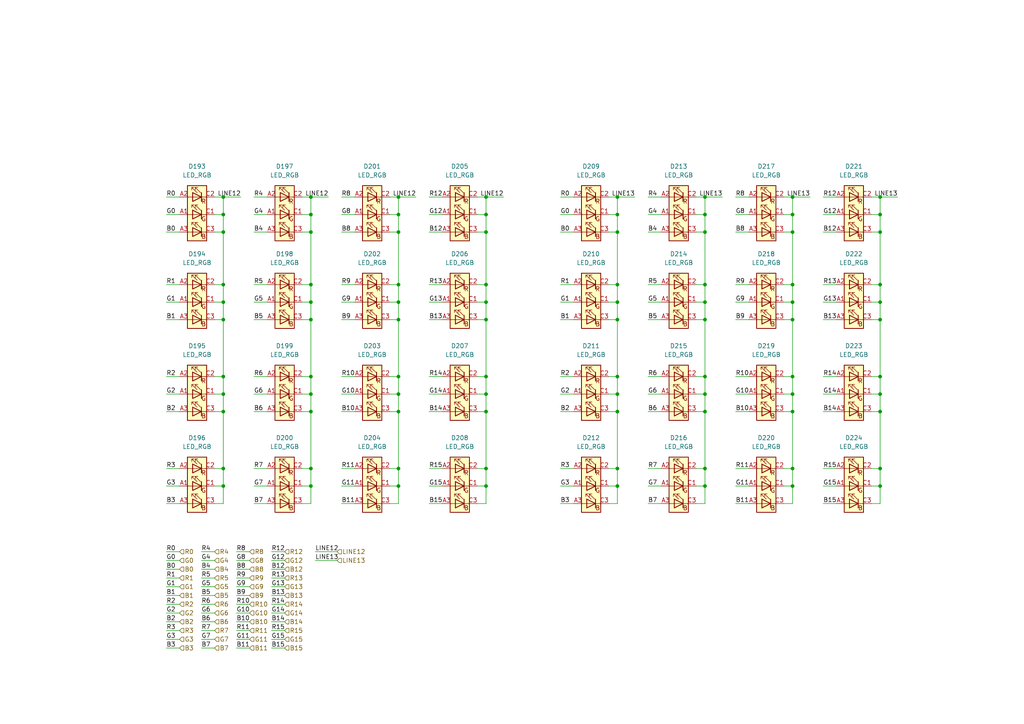
<source format=kicad_sch>
(kicad_sch (version 20250114) (generator "eeschema") (generator_version "9.0")
  (paper "A4")
  (lib_symbols
    (symbol "LRTBGVSR-4U4V-JW+8A8B-D8-3S4U-:LED_RGB" (pin_names (offset 0) (hide yes))
      (property "Reference" "D?" (at 0 13.97 0))
      (property "Value" "LED_RGB" (at 0 11.43 0))
      (symbol "LED_RGB_0_0"
        (text "R" (at -1.905 3.81 0) (effects (font (size 1.27 1.27))))
        (text "G" (at -1.905 -1.27 0) (effects (font (size 1.27 1.27))))
        (text "B" (at -1.905 -6.35 0) (effects (font (size 1.27 1.27))))
      )
      (symbol "LED_RGB_0_1"
        (polyline (pts (xy -1.27 6.35) (xy -1.27 3.81)) (stroke (width 0.254)))
        (polyline (pts (xy -1.27 6.35) (xy -1.27 3.81) (xy -1.27 3.81)))
        (polyline (pts (xy -1.27 5.08) (xy -2.54 5.08)))
        (polyline (pts (xy -1.27 5.08) (xy 1.27 5.08)))
        (polyline (pts (xy -1.27 1.27) (xy -1.27 -1.27)) (stroke (width 0.254)))
        (polyline (pts (xy -1.27 1.27) (xy -1.27 -1.27) (xy -1.27 -1.27)))
        (polyline (pts (xy -1.27 0) (xy -2.54 0)))
        (polyline (pts (xy -1.27 -3.81) (xy -1.27 -6.35)) (stroke (width 0.254)))
        (polyline (pts (xy -1.27 -5.08) (xy -2.54 -5.08)))
        (polyline (pts (xy -1.27 -5.08) (xy 1.27 -5.08)))
        (polyline (pts (xy -1.016 6.35) (xy 0.508 7.874) (xy -0.254 7.874) (xy 0.508 7.874) (xy 0.508 7.112)))
        (polyline (pts (xy -1.016 1.27) (xy 0.508 2.794) (xy -0.254 2.794) (xy 0.508 2.794) (xy 0.508 2.032)))
        (polyline (pts (xy -1.016 -3.81) (xy 0.508 -2.286) (xy -0.254 -2.286) (xy 0.508 -2.286) (xy 0.508 -3.048)))
        (polyline (pts (xy 0 6.35) (xy 1.524 7.874) (xy 0.762 7.874) (xy 1.524 7.874) (xy 1.524 7.112)))
        (polyline (pts (xy 0 1.27) (xy 1.524 2.794) (xy 0.762 2.794) (xy 1.524 2.794) (xy 1.524 2.032)))
        (polyline (pts (xy 0 -3.81) (xy 1.524 -2.286) (xy 0.762 -2.286) (xy 1.524 -2.286) (xy 1.524 -3.048)))
        (polyline (pts (xy 1.27 6.35) (xy 1.27 3.81) (xy -1.27 5.08) (xy 1.27 6.35)) (stroke (width 0.254)))
        (rectangle (start 1.27 6.35) (end 1.27 6.35))
        (polyline (pts (xy 1.27 5.08) (xy 2.54 5.08)))
        (rectangle (start 1.27 3.81) (end 1.27 6.35))
        (polyline (pts (xy 1.27 1.27) (xy 1.27 -1.27) (xy -1.27 0) (xy 1.27 1.27)) (stroke (width 0.254)))
        (rectangle (start 1.27 1.27) (end 1.27 1.27))
        (polyline (pts (xy 1.27 0) (xy -1.27 0)))
        (polyline (pts (xy 1.27 0) (xy 2.54 0)))
        (rectangle (start 1.27 -1.27) (end 1.27 1.27))
        (polyline (pts (xy 1.27 -3.81) (xy 1.27 -6.35) (xy -1.27 -5.08) (xy 1.27 -3.81)) (stroke (width 0.254)))
        (polyline (pts (xy 1.27 -5.08) (xy 2.54 -5.08)))
        (rectangle (start 2.794 8.382) (end -2.794 -7.62) (stroke (width 0.254)) (fill (type background)))
      )
      (symbol "LED_RGB_1_1"
        (pin passive line (at -5.08 5.08 0) (length 2.54) (name "RK") (number "C2"))
        (pin passive line (at -5.08 0 0) (length 2.54) (name "GK") (number "C1"))
        (pin passive line (at -5.08 -5.08 0) (length 2.54) (name "BK") (number "C3"))
        (pin passive line (at 5.08 5.08 180) (length 2.54) (name "RA") (number "A2"))
        (pin passive line (at 5.08 0 180) (length 2.54) (name "GA") (number "A1"))
        (pin passive line (at 5.08 -5.08 180) (length 2.54) (name "BA") (number "A3"))
      )
    )
  )
  (junction (at 255.27 114.3))
  (junction (at 115.57 92.71))
  (junction (at 90.17 109.22))
  (junction (at 179.07 57.15))
  (junction (at 140.97 135.89))
  (junction (at 64.77 135.89))
  (junction (at 90.17 140.97))
  (junction (at 229.87 119.38))
  (junction (at 140.97 109.22))
  (junction (at 90.17 119.38))
  (junction (at 229.87 62.23))
  (junction (at 115.57 62.23))
  (junction (at 229.87 82.55))
  (junction (at 140.97 92.71))
  (junction (at 255.27 57.15))
  (junction (at 204.47 82.55))
  (junction (at 179.07 82.55))
  (junction (at 204.47 67.31))
  (junction (at 255.27 67.31))
  (junction (at 115.57 82.55))
  (junction (at 140.97 62.23))
  (junction (at 115.57 140.97))
  (junction (at 64.77 62.23))
  (junction (at 115.57 109.22))
  (junction (at 64.77 87.63))
  (junction (at 229.87 140.97))
  (junction (at 140.97 119.38))
  (junction (at 90.17 87.63))
  (junction (at 90.17 57.15))
  (junction (at 179.07 87.63))
  (junction (at 140.97 57.15))
  (junction (at 204.47 140.97))
  (junction (at 255.27 109.22))
  (junction (at 179.07 109.22))
  (junction (at 179.07 119.38))
  (junction (at 64.77 109.22))
  (junction (at 115.57 114.3))
  (junction (at 255.27 92.71))
  (junction (at 255.27 87.63))
  (junction (at 204.47 62.23))
  (junction (at 229.87 57.15))
  (junction (at 255.27 119.38))
  (junction (at 179.07 114.3))
  (junction (at 115.57 87.63))
  (junction (at 179.07 92.71))
  (junction (at 64.77 92.71))
  (junction (at 140.97 140.97))
  (junction (at 140.97 87.63))
  (junction (at 64.77 119.38))
  (junction (at 64.77 67.31))
  (junction (at 204.47 135.89))
  (junction (at 229.87 92.71))
  (junction (at 255.27 82.55))
  (junction (at 90.17 135.89))
  (junction (at 115.57 57.15))
  (junction (at 229.87 135.89))
  (junction (at 90.17 67.31))
  (junction (at 64.77 114.3))
  (junction (at 179.07 62.23))
  (junction (at 90.17 92.71))
  (junction (at 90.17 114.3))
  (junction (at 115.57 135.89))
  (junction (at 204.47 92.71))
  (junction (at 179.07 135.89))
  (junction (at 229.87 87.63))
  (junction (at 255.27 140.97))
  (junction (at 204.47 119.38))
  (junction (at 64.77 140.97))
  (junction (at 204.47 114.3))
  (junction (at 204.47 109.22))
  (junction (at 64.77 82.55))
  (junction (at 229.87 67.31))
  (junction (at 140.97 82.55))
  (junction (at 204.47 87.63))
  (junction (at 140.97 67.31))
  (junction (at 179.07 67.31))
  (junction (at 140.97 114.3))
  (junction (at 64.77 57.15))
  (junction (at 90.17 82.55))
  (junction (at 255.27 62.23))
  (junction (at 115.57 119.38))
  (junction (at 229.87 109.22))
  (junction (at 229.87 114.3))
  (junction (at 115.57 67.31))
  (junction (at 90.17 62.23))
  (junction (at 179.07 140.97))
  (junction (at 204.47 57.15))
  (junction (at 255.27 135.89))
  (wire (pts (xy 115.57 67.31) (xy 113.03 67.31)))
  (wire (pts (xy 52.07 114.3) (xy 48.26 114.3)))
  (wire (pts (xy 204.47 140.97) (xy 201.93 140.97)))
  (wire (pts (xy 77.47 82.55) (xy 73.66 82.55)))
  (wire (pts (xy 68.58 182.88) (xy 72.39 182.88)))
  (wire (pts (xy 204.47 114.3) (xy 204.47 119.38)))
  (wire (pts (xy 115.57 92.71) (xy 115.57 109.22)))
  (wire (pts (xy 179.07 62.23) (xy 176.53 62.23)))
  (wire (pts (xy 64.77 87.63) (xy 64.77 92.71)))
  (wire (pts (xy 204.47 82.55) (xy 201.93 82.55)))
  (wire (pts (xy 166.37 109.22) (xy 162.56 109.22)))
  (wire (pts (xy 204.47 109.22) (xy 201.93 109.22)))
  (wire (pts (xy 115.57 114.3) (xy 115.57 119.38)))
  (wire (pts (xy 52.07 67.31) (xy 48.26 67.31)))
  (wire (pts (xy 204.47 57.15) (xy 209.55 57.15)))
  (wire (pts (xy 48.26 180.34) (xy 52.07 180.34)))
  (wire (pts (xy 204.47 82.55) (xy 204.47 87.63)))
  (wire (pts (xy 64.77 119.38) (xy 62.23 119.38)))
  (wire (pts (xy 115.57 87.63) (xy 115.57 92.71)))
  (wire (pts (xy 204.47 146.05) (xy 201.93 146.05)))
  (wire (pts (xy 77.47 67.31) (xy 73.66 67.31)))
  (wire (pts (xy 90.17 82.55) (xy 90.17 87.63)))
  (wire (pts (xy 102.87 62.23) (xy 99.06 62.23)))
  (wire (pts (xy 191.77 62.23) (xy 187.96 62.23)))
  (wire (pts (xy 217.17 114.3) (xy 213.36 114.3)))
  (wire (pts (xy 78.74 175.26) (xy 82.55 175.26)))
  (wire (pts (xy 229.87 146.05) (xy 227.33 146.05)))
  (wire (pts (xy 102.87 135.89) (xy 99.06 135.89)))
  (wire (pts (xy 255.27 135.89) (xy 255.27 140.97)))
  (wire (pts (xy 102.87 114.3) (xy 99.06 114.3)))
  (wire (pts (xy 204.47 114.3) (xy 201.93 114.3)))
  (wire (pts (xy 64.77 67.31) (xy 62.23 67.31)))
  (wire (pts (xy 217.17 146.05) (xy 213.36 146.05)))
  (wire (pts (xy 217.17 87.63) (xy 213.36 87.63)))
  (wire (pts (xy 255.27 82.55) (xy 252.73 82.55)))
  (wire (pts (xy 229.87 87.63) (xy 229.87 92.71)))
  (wire (pts (xy 78.74 165.1) (xy 82.55 165.1)))
  (wire (pts (xy 115.57 135.89) (xy 113.03 135.89)))
  (wire (pts (xy 115.57 57.15) (xy 120.65 57.15)))
  (wire (pts (xy 48.26 172.72) (xy 52.07 172.72)))
  (wire (pts (xy 64.77 109.22) (xy 62.23 109.22)))
  (wire (pts (xy 204.47 67.31) (xy 204.47 82.55)))
  (wire (pts (xy 229.87 140.97) (xy 227.33 140.97)))
  (wire (pts (xy 179.07 57.15) (xy 176.53 57.15)))
  (wire (pts (xy 58.42 170.18) (xy 62.23 170.18)))
  (wire (pts (xy 48.26 185.42) (xy 52.07 185.42)))
  (wire (pts (xy 204.47 87.63) (xy 204.47 92.71)))
  (wire (pts (xy 90.17 92.71) (xy 90.17 109.22)))
  (wire (pts (xy 115.57 109.22) (xy 115.57 114.3)))
  (wire (pts (xy 255.27 57.15) (xy 252.73 57.15)))
  (wire (pts (xy 255.27 109.22) (xy 255.27 114.3)))
  (wire (pts (xy 204.47 87.63) (xy 201.93 87.63)))
  (wire (pts (xy 90.17 57.15) (xy 87.63 57.15)))
  (wire (pts (xy 229.87 87.63) (xy 227.33 87.63)))
  (wire (pts (xy 255.27 62.23) (xy 255.27 67.31)))
  (wire (pts (xy 115.57 146.05) (xy 113.03 146.05)))
  (wire (pts (xy 90.17 114.3) (xy 87.63 114.3)))
  (wire (pts (xy 78.74 170.18) (xy 82.55 170.18)))
  (wire (pts (xy 166.37 92.71) (xy 162.56 92.71)))
  (wire (pts (xy 90.17 114.3) (xy 90.17 119.38)))
  (wire (pts (xy 90.17 92.71) (xy 87.63 92.71)))
  (wire (pts (xy 78.74 167.64) (xy 82.55 167.64)))
  (wire (pts (xy 52.07 109.22) (xy 48.26 109.22)))
  (wire (pts (xy 64.77 82.55) (xy 64.77 87.63)))
  (wire (pts (xy 242.57 67.31) (xy 238.76 67.31)))
  (wire (pts (xy 91.44 160.02) (xy 97.79 160.02)))
  (wire (pts (xy 90.17 62.23) (xy 87.63 62.23)))
  (wire (pts (xy 140.97 57.15) (xy 140.97 62.23)))
  (wire (pts (xy 204.47 57.15) (xy 201.93 57.15)))
  (wire (pts (xy 52.07 87.63) (xy 48.26 87.63)))
  (wire (pts (xy 77.47 57.15) (xy 73.66 57.15)))
  (wire (pts (xy 58.42 180.34) (xy 62.23 180.34)))
  (wire (pts (xy 128.27 57.15) (xy 124.46 57.15)))
  (wire (pts (xy 68.58 180.34) (xy 72.39 180.34)))
  (wire (pts (xy 229.87 135.89) (xy 227.33 135.89)))
  (wire (pts (xy 64.77 114.3) (xy 62.23 114.3)))
  (wire (pts (xy 140.97 92.71) (xy 138.43 92.71)))
  (wire (pts (xy 166.37 140.97) (xy 162.56 140.97)))
  (wire (pts (xy 115.57 92.71) (xy 113.03 92.71)))
  (wire (pts (xy 115.57 62.23) (xy 115.57 67.31)))
  (wire (pts (xy 68.58 175.26) (xy 72.39 175.26)))
  (wire (pts (xy 229.87 119.38) (xy 227.33 119.38)))
  (wire (pts (xy 77.47 109.22) (xy 73.66 109.22)))
  (wire (pts (xy 115.57 135.89) (xy 115.57 140.97)))
  (wire (pts (xy 115.57 62.23) (xy 113.03 62.23)))
  (wire (pts (xy 255.27 119.38) (xy 252.73 119.38)))
  (wire (pts (xy 78.74 185.42) (xy 82.55 185.42)))
  (wire (pts (xy 242.57 135.89) (xy 238.76 135.89)))
  (wire (pts (xy 140.97 87.63) (xy 140.97 92.71)))
  (wire (pts (xy 58.42 167.64) (xy 62.23 167.64)))
  (wire (pts (xy 140.97 57.15) (xy 138.43 57.15)))
  (wire (pts (xy 52.07 62.23) (xy 48.26 62.23)))
  (wire (pts (xy 115.57 57.15) (xy 113.03 57.15)))
  (wire (pts (xy 242.57 92.71) (xy 238.76 92.71)))
  (wire (pts (xy 90.17 87.63) (xy 90.17 92.71)))
  (wire (pts (xy 217.17 109.22) (xy 213.36 109.22)))
  (wire (pts (xy 255.27 140.97) (xy 255.27 146.05)))
  (wire (pts (xy 140.97 62.23) (xy 140.97 67.31)))
  (wire (pts (xy 64.77 92.71) (xy 64.77 109.22)))
  (wire (pts (xy 77.47 140.97) (xy 73.66 140.97)))
  (wire (pts (xy 64.77 62.23) (xy 62.23 62.23)))
  (wire (pts (xy 166.37 114.3) (xy 162.56 114.3)))
  (wire (pts (xy 204.47 119.38) (xy 201.93 119.38)))
  (wire (pts (xy 229.87 62.23) (xy 227.33 62.23)))
  (wire (pts (xy 229.87 92.71) (xy 229.87 109.22)))
  (wire (pts (xy 191.77 82.55) (xy 187.96 82.55)))
  (wire (pts (xy 242.57 109.22) (xy 238.76 109.22)))
  (wire (pts (xy 179.07 62.23) (xy 179.07 67.31)))
  (wire (pts (xy 128.27 67.31) (xy 124.46 67.31)))
  (wire (pts (xy 179.07 114.3) (xy 179.07 119.38)))
  (wire (pts (xy 140.97 140.97) (xy 138.43 140.97)))
  (wire (pts (xy 128.27 114.3) (xy 124.46 114.3)))
  (wire (pts (xy 255.27 82.55) (xy 255.27 87.63)))
  (wire (pts (xy 179.07 92.71) (xy 179.07 109.22)))
  (wire (pts (xy 78.74 172.72) (xy 82.55 172.72)))
  (wire (pts (xy 64.77 82.55) (xy 62.23 82.55)))
  (wire (pts (xy 179.07 92.71) (xy 176.53 92.71)))
  (wire (pts (xy 115.57 57.15) (xy 115.57 62.23)))
  (wire (pts (xy 191.77 119.38) (xy 187.96 119.38)))
  (wire (pts (xy 140.97 62.23) (xy 138.43 62.23)))
  (wire (pts (xy 48.26 182.88) (xy 52.07 182.88)))
  (wire (pts (xy 140.97 135.89) (xy 140.97 140.97)))
  (wire (pts (xy 128.27 119.38) (xy 124.46 119.38)))
  (wire (pts (xy 140.97 67.31) (xy 140.97 82.55)))
  (wire (pts (xy 78.74 177.8) (xy 82.55 177.8)))
  (wire (pts (xy 191.77 87.63) (xy 187.96 87.63)))
  (wire (pts (xy 242.57 140.97) (xy 238.76 140.97)))
  (wire (pts (xy 90.17 146.05) (xy 87.63 146.05)))
  (wire (pts (xy 255.27 109.22) (xy 252.73 109.22)))
  (wire (pts (xy 48.26 175.26) (xy 52.07 175.26)))
  (wire (pts (xy 191.77 92.71) (xy 187.96 92.71)))
  (wire (pts (xy 58.42 175.26) (xy 62.23 175.26)))
  (wire (pts (xy 115.57 109.22) (xy 113.03 109.22)))
  (wire (pts (xy 52.07 140.97) (xy 48.26 140.97)))
  (wire (pts (xy 128.27 62.23) (xy 124.46 62.23)))
  (wire (pts (xy 179.07 82.55) (xy 179.07 87.63)))
  (wire (pts (xy 179.07 140.97) (xy 176.53 140.97)))
  (wire (pts (xy 115.57 140.97) (xy 115.57 146.05)))
  (wire (pts (xy 204.47 67.31) (xy 201.93 67.31)))
  (wire (pts (xy 52.07 92.71) (xy 48.26 92.71)))
  (wire (pts (xy 77.47 92.71) (xy 73.66 92.71)))
  (wire (pts (xy 179.07 87.63) (xy 179.07 92.71)))
  (wire (pts (xy 229.87 135.89) (xy 229.87 140.97)))
  (wire (pts (xy 204.47 140.97) (xy 204.47 146.05)))
  (wire (pts (xy 64.77 62.23) (xy 64.77 67.31)))
  (wire (pts (xy 102.87 82.55) (xy 99.06 82.55)))
  (wire (pts (xy 255.27 62.23) (xy 252.73 62.23)))
  (wire (pts (xy 179.07 114.3) (xy 176.53 114.3)))
  (wire (pts (xy 204.47 62.23) (xy 201.93 62.23)))
  (wire (pts (xy 140.97 87.63) (xy 138.43 87.63)))
  (wire (pts (xy 140.97 82.55) (xy 140.97 87.63)))
  (wire (pts (xy 217.17 92.71) (xy 213.36 92.71)))
  (wire (pts (xy 128.27 82.55) (xy 124.46 82.55)))
  (wire (pts (xy 64.77 146.05) (xy 62.23 146.05)))
  (wire (pts (xy 166.37 87.63) (xy 162.56 87.63)))
  (wire (pts (xy 179.07 67.31) (xy 179.07 82.55)))
  (wire (pts (xy 64.77 109.22) (xy 64.77 114.3)))
  (wire (pts (xy 90.17 62.23) (xy 90.17 67.31)))
  (wire (pts (xy 179.07 140.97) (xy 179.07 146.05)))
  (wire (pts (xy 90.17 87.63) (xy 87.63 87.63)))
  (wire (pts (xy 179.07 146.05) (xy 176.53 146.05)))
  (wire (pts (xy 140.97 109.22) (xy 138.43 109.22)))
  (wire (pts (xy 48.26 167.64) (xy 52.07 167.64)))
  (wire (pts (xy 166.37 135.89) (xy 162.56 135.89)))
  (wire (pts (xy 128.27 109.22) (xy 124.46 109.22)))
  (wire (pts (xy 64.77 87.63) (xy 62.23 87.63)))
  (wire (pts (xy 255.27 57.15) (xy 255.27 62.23)))
  (wire (pts (xy 229.87 57.15) (xy 229.87 62.23)))
  (wire (pts (xy 68.58 185.42) (xy 72.39 185.42)))
  (wire (pts (xy 229.87 109.22) (xy 229.87 114.3)))
  (wire (pts (xy 102.87 140.97) (xy 99.06 140.97)))
  (wire (pts (xy 115.57 87.63) (xy 113.03 87.63)))
  (wire (pts (xy 191.77 67.31) (xy 187.96 67.31)))
  (wire (pts (xy 64.77 119.38) (xy 64.77 135.89)))
  (wire (pts (xy 90.17 140.97) (xy 90.17 146.05)))
  (wire (pts (xy 90.17 109.22) (xy 87.63 109.22)))
  (wire (pts (xy 204.47 57.15) (xy 204.47 62.23)))
  (wire (pts (xy 229.87 119.38) (xy 229.87 135.89)))
  (wire (pts (xy 217.17 119.38) (xy 213.36 119.38)))
  (wire (pts (xy 68.58 165.1) (xy 72.39 165.1)))
  (wire (pts (xy 115.57 114.3) (xy 113.03 114.3)))
  (wire (pts (xy 191.77 57.15) (xy 187.96 57.15)))
  (wire (pts (xy 204.47 135.89) (xy 204.47 140.97)))
  (wire (pts (xy 166.37 82.55) (xy 162.56 82.55)))
  (wire (pts (xy 52.07 57.15) (xy 48.26 57.15)))
  (wire (pts (xy 229.87 114.3) (xy 229.87 119.38)))
  (wire (pts (xy 48.26 162.56) (xy 52.07 162.56)))
  (wire (pts (xy 64.77 57.15) (xy 64.77 62.23)))
  (wire (pts (xy 229.87 62.23) (xy 229.87 67.31)))
  (wire (pts (xy 140.97 82.55) (xy 138.43 82.55)))
  (wire (pts (xy 229.87 92.71) (xy 227.33 92.71)))
  (wire (pts (xy 48.26 170.18) (xy 52.07 170.18)))
  (wire (pts (xy 78.74 160.02) (xy 82.55 160.02)))
  (wire (pts (xy 90.17 140.97) (xy 87.63 140.97)))
  (wire (pts (xy 90.17 119.38) (xy 90.17 135.89)))
  (wire (pts (xy 102.87 67.31) (xy 99.06 67.31)))
  (wire (pts (xy 204.47 135.89) (xy 201.93 135.89)))
  (wire (pts (xy 229.87 67.31) (xy 227.33 67.31)))
  (wire (pts (xy 191.77 140.97) (xy 187.96 140.97)))
  (wire (pts (xy 115.57 119.38) (xy 113.03 119.38)))
  (wire (pts (xy 229.87 67.31) (xy 229.87 82.55)))
  (wire (pts (xy 48.26 165.1) (xy 52.07 165.1)))
  (wire (pts (xy 179.07 57.15) (xy 184.15 57.15)))
  (wire (pts (xy 140.97 92.71) (xy 140.97 109.22)))
  (wire (pts (xy 68.58 177.8) (xy 72.39 177.8)))
  (wire (pts (xy 204.47 92.71) (xy 204.47 109.22)))
  (wire (pts (xy 77.47 146.05) (xy 73.66 146.05)))
  (wire (pts (xy 140.97 114.3) (xy 138.43 114.3)))
  (wire (pts (xy 179.07 87.63) (xy 176.53 87.63)))
  (wire (pts (xy 90.17 57.15) (xy 95.25 57.15)))
  (wire (pts (xy 90.17 67.31) (xy 90.17 82.55)))
  (wire (pts (xy 204.47 109.22) (xy 204.47 114.3)))
  (wire (pts (xy 217.17 67.31) (xy 213.36 67.31)))
  (wire (pts (xy 166.37 146.05) (xy 162.56 146.05)))
  (wire (pts (xy 58.42 172.72) (xy 62.23 172.72)))
  (wire (pts (xy 77.47 119.38) (xy 73.66 119.38)))
  (wire (pts (xy 140.97 119.38) (xy 138.43 119.38)))
  (wire (pts (xy 78.74 180.34) (xy 82.55 180.34)))
  (wire (pts (xy 229.87 57.15) (xy 234.95 57.15)))
  (wire (pts (xy 242.57 57.15) (xy 238.76 57.15)))
  (wire (pts (xy 179.07 135.89) (xy 179.07 140.97)))
  (wire (pts (xy 128.27 87.63) (xy 124.46 87.63)))
  (wire (pts (xy 102.87 109.22) (xy 99.06 109.22)))
  (wire (pts (xy 255.27 67.31) (xy 255.27 82.55)))
  (wire (pts (xy 179.07 67.31) (xy 176.53 67.31)))
  (wire (pts (xy 166.37 67.31) (xy 162.56 67.31)))
  (wire (pts (xy 217.17 62.23) (xy 213.36 62.23)))
  (wire (pts (xy 115.57 140.97) (xy 113.03 140.97)))
  (wire (pts (xy 229.87 57.15) (xy 227.33 57.15)))
  (wire (pts (xy 217.17 82.55) (xy 213.36 82.55)))
  (wire (pts (xy 128.27 146.05) (xy 124.46 146.05)))
  (wire (pts (xy 90.17 135.89) (xy 90.17 140.97)))
  (wire (pts (xy 191.77 135.89) (xy 187.96 135.89)))
  (wire (pts (xy 128.27 135.89) (xy 124.46 135.89)))
  (wire (pts (xy 229.87 140.97) (xy 229.87 146.05)))
  (wire (pts (xy 52.07 119.38) (xy 48.26 119.38)))
  (wire (pts (xy 229.87 114.3) (xy 227.33 114.3)))
  (wire (pts (xy 115.57 82.55) (xy 113.03 82.55)))
  (wire (pts (xy 64.77 135.89) (xy 62.23 135.89)))
  (wire (pts (xy 255.27 57.15) (xy 260.35 57.15)))
  (wire (pts (xy 179.07 109.22) (xy 176.53 109.22)))
  (wire (pts (xy 77.47 114.3) (xy 73.66 114.3)))
  (wire (pts (xy 58.42 177.8) (xy 62.23 177.8)))
  (wire (pts (xy 242.57 62.23) (xy 238.76 62.23)))
  (wire (pts (xy 217.17 140.97) (xy 213.36 140.97)))
  (wire (pts (xy 77.47 135.89) (xy 73.66 135.89)))
  (wire (pts (xy 68.58 187.96) (xy 72.39 187.96)))
  (wire (pts (xy 64.77 67.31) (xy 64.77 82.55)))
  (wire (pts (xy 90.17 67.31) (xy 87.63 67.31)))
  (wire (pts (xy 58.42 165.1) (xy 62.23 165.1)))
  (wire (pts (xy 102.87 92.71) (xy 99.06 92.71)))
  (wire (pts (xy 255.27 92.71) (xy 255.27 109.22)))
  (wire (pts (xy 166.37 62.23) (xy 162.56 62.23)))
  (wire (pts (xy 102.87 87.63) (xy 99.06 87.63)))
  (wire (pts (xy 179.07 109.22) (xy 179.07 114.3)))
  (wire (pts (xy 48.26 177.8) (xy 52.07 177.8)))
  (wire (pts (xy 58.42 185.42) (xy 62.23 185.42)))
  (wire (pts (xy 179.07 57.15) (xy 179.07 62.23)))
  (wire (pts (xy 91.44 162.56) (xy 97.79 162.56)))
  (wire (pts (xy 255.27 140.97) (xy 252.73 140.97)))
  (wire (pts (xy 52.07 135.89) (xy 48.26 135.89)))
  (wire (pts (xy 77.47 62.23) (xy 73.66 62.23)))
  (wire (pts (xy 255.27 114.3) (xy 252.73 114.3)))
  (wire (pts (xy 128.27 140.97) (xy 124.46 140.97)))
  (wire (pts (xy 48.26 160.02) (xy 52.07 160.02)))
  (wire (pts (xy 166.37 57.15) (xy 162.56 57.15)))
  (wire (pts (xy 58.42 160.02) (xy 62.23 160.02)))
  (wire (pts (xy 140.97 119.38) (xy 140.97 135.89)))
  (wire (pts (xy 242.57 114.3) (xy 238.76 114.3)))
  (wire (pts (xy 115.57 82.55) (xy 115.57 87.63)))
  (wire (pts (xy 140.97 57.15) (xy 146.05 57.15)))
  (wire (pts (xy 68.58 162.56) (xy 72.39 162.56)))
  (wire (pts (xy 68.58 167.64) (xy 72.39 167.64)))
  (wire (pts (xy 255.27 119.38) (xy 255.27 135.89)))
  (wire (pts (xy 90.17 135.89) (xy 87.63 135.89)))
  (wire (pts (xy 102.87 57.15) (xy 99.06 57.15)))
  (wire (pts (xy 58.42 187.96) (xy 62.23 187.96)))
  (wire (pts (xy 191.77 109.22) (xy 187.96 109.22)))
  (wire (pts (xy 64.77 92.71) (xy 62.23 92.71)))
  (wire (pts (xy 90.17 57.15) (xy 90.17 62.23)))
  (wire (pts (xy 90.17 82.55) (xy 87.63 82.55)))
  (wire (pts (xy 242.57 82.55) (xy 238.76 82.55)))
  (wire (pts (xy 204.47 92.71) (xy 201.93 92.71)))
  (wire (pts (xy 242.57 119.38) (xy 238.76 119.38)))
  (wire (pts (xy 179.07 82.55) (xy 176.53 82.55)))
  (wire (pts (xy 68.58 172.72) (xy 72.39 172.72)))
  (wire (pts (xy 68.58 170.18) (xy 72.39 170.18)))
  (wire (pts (xy 68.58 160.02) (xy 72.39 160.02)))
  (wire (pts (xy 191.77 146.05) (xy 187.96 146.05)))
  (wire (pts (xy 204.47 62.23) (xy 204.47 67.31)))
  (wire (pts (xy 102.87 146.05) (xy 99.06 146.05)))
  (wire (pts (xy 64.77 57.15) (xy 62.23 57.15)))
  (wire (pts (xy 140.97 109.22) (xy 140.97 114.3)))
  (wire (pts (xy 255.27 92.71) (xy 252.73 92.71)))
  (wire (pts (xy 52.07 146.05) (xy 48.26 146.05)))
  (wire (pts (xy 115.57 67.31) (xy 115.57 82.55)))
  (wire (pts (xy 64.77 140.97) (xy 62.23 140.97)))
  (wire (pts (xy 204.47 119.38) (xy 204.47 135.89)))
  (wire (pts (xy 179.07 119.38) (xy 179.07 135.89)))
  (wire (pts (xy 255.27 135.89) (xy 252.73 135.89)))
  (wire (pts (xy 229.87 109.22) (xy 227.33 109.22)))
  (wire (pts (xy 48.26 187.96) (xy 52.07 187.96)))
  (wire (pts (xy 217.17 57.15) (xy 213.36 57.15)))
  (wire (pts (xy 77.47 87.63) (xy 73.66 87.63)))
  (wire (pts (xy 140.97 146.05) (xy 138.43 146.05)))
  (wire (pts (xy 78.74 187.96) (xy 82.55 187.96)))
  (wire (pts (xy 58.42 162.56) (xy 62.23 162.56)))
  (wire (pts (xy 255.27 67.31) (xy 252.73 67.31)))
  (wire (pts (xy 166.37 119.38) (xy 162.56 119.38)))
  (wire (pts (xy 52.07 82.55) (xy 48.26 82.55)))
  (wire (pts (xy 64.77 135.89) (xy 64.77 140.97)))
  (wire (pts (xy 217.17 135.89) (xy 213.36 135.89)))
  (wire (pts (xy 140.97 135.89) (xy 138.43 135.89)))
  (wire (pts (xy 191.77 114.3) (xy 187.96 114.3)))
  (wire (pts (xy 64.77 114.3) (xy 64.77 119.38)))
  (wire (pts (xy 140.97 67.31) (xy 138.43 67.31)))
  (wire (pts (xy 255.27 146.05) (xy 252.73 146.05)))
  (wire (pts (xy 179.07 119.38) (xy 176.53 119.38)))
  (wire (pts (xy 128.27 92.71) (xy 124.46 92.71)))
  (wire (pts (xy 140.97 114.3) (xy 140.97 119.38)))
  (wire (pts (xy 242.57 146.05) (xy 238.76 146.05)))
  (wire (pts (xy 229.87 82.55) (xy 229.87 87.63)))
  (wire (pts (xy 242.57 87.63) (xy 238.76 87.63)))
  (wire (pts (xy 64.77 140.97) (xy 64.77 146.05)))
  (wire (pts (xy 255.27 87.63) (xy 252.73 87.63)))
  (wire (pts (xy 90.17 109.22) (xy 90.17 114.3)))
  (wire (pts (xy 102.87 119.38) (xy 99.06 119.38)))
  (wire (pts (xy 255.27 114.3) (xy 255.27 119.38)))
  (wire (pts (xy 179.07 135.89) (xy 176.53 135.89)))
  (wire (pts (xy 64.77 57.15) (xy 69.85 57.15)))
  (wire (pts (xy 255.27 87.63) (xy 255.27 92.71)))
  (wire (pts (xy 78.74 182.88) (xy 82.55 182.88)))
  (wire (pts (xy 58.42 182.88) (xy 62.23 182.88)))
  (wire (pts (xy 115.57 119.38) (xy 115.57 135.89)))
  (wire (pts (xy 90.17 119.38) (xy 87.63 119.38)))
  (wire (pts (xy 229.87 82.55) (xy 227.33 82.55)))
  (wire (pts (xy 140.97 140.97) (xy 140.97 146.05)))
  (wire (pts (xy 78.74 162.56) (xy 82.55 162.56)))
  (label "R12" (at 78.74 160.02 0))
  (label "G11" (at 68.58 185.42 0))
  (label "R6" (at 187.96 109.22 0))
  (label "G5" (at 187.96 87.63 0))
  (label "B4" (at 73.66 67.31 0))
  (label "G10" (at 213.36 114.3 0))
  (label "R0" (at 162.56 57.15 0))
  (label "G6" (at 187.96 114.3 0))
  (label "R15" (at 78.74 182.88 0))
  (label "B13" (at 124.46 92.71 0))
  (label "B3" (at 48.26 146.05 0))
  (label "R5" (at 187.96 82.55 0))
  (label "R9" (at 213.36 82.55 0))
  (label "LINE13" (at 184.15 57.15 180))
  (label "LINE13" (at 234.95 57.15 180))
  (label "B2" (at 48.26 180.34 0))
  (label "R15" (at 124.46 135.89 0))
  (label "R1" (at 48.26 167.64 0))
  (label "G2" (at 162.56 114.3 0))
  (label "G6" (at 73.66 114.3 0))
  (label "R3" (at 162.56 135.89 0))
  (label "R6" (at 73.66 109.22 0))
  (label "G0" (at 48.26 162.56 0))
  (label "R10" (at 68.58 175.26 0))
  (label "B12" (at 124.46 67.31 0))
  (label "G7" (at 58.42 185.42 0))
  (label "R5" (at 73.66 82.55 0))
  (label "R13" (at 238.76 82.55 0))
  (label "G11" (at 99.06 140.97 0))
  (label "LINE13" (at 209.55 57.15 180))
  (label "G8" (at 213.36 62.23 0))
  (label "R3" (at 48.26 135.89 0))
  (label "R3" (at 48.26 182.88 0))
  (label "R8" (at 99.06 57.15 0))
  (label "G9" (at 213.36 87.63 0))
  (label "R2" (at 48.26 175.26 0))
  (label "G4" (at 73.66 62.23 0))
  (label "B14" (at 78.74 180.34 0))
  (label "G4" (at 187.96 62.23 0))
  (label "B14" (at 238.76 119.38 0))
  (label "B13" (at 78.74 172.72 0))
  (label "B7" (at 58.42 187.96 0))
  (label "B8" (at 213.36 67.31 0))
  (label "B4" (at 58.42 165.1 0))
  (label "B6" (at 73.66 119.38 0))
  (label "R9" (at 99.06 82.55 0))
  (label "R11" (at 99.06 135.89 0))
  (label "B8" (at 68.58 165.1 0))
  (label "G2" (at 48.26 114.3 0))
  (label "B6" (at 58.42 180.34 0))
  (label "B2" (at 48.26 119.38 0))
  (label "B7" (at 73.66 146.05 0))
  (label "G2" (at 48.26 177.8 0))
  (label "G9" (at 68.58 170.18 0))
  (label "G15" (at 78.74 185.42 0))
  (label "R14" (at 124.46 109.22 0))
  (label "R14" (at 238.76 109.22 0))
  (label "B8" (at 99.06 67.31 0))
  (label "B11" (at 213.36 146.05 0))
  (label "R15" (at 238.76 135.89 0))
  (label "R7" (at 73.66 135.89 0))
  (label "B5" (at 73.66 92.71 0))
  (label "G7" (at 73.66 140.97 0))
  (label "R0" (at 48.26 57.15 0))
  (label "B10" (at 213.36 119.38 0))
  (label "B15" (at 238.76 146.05 0))
  (label "G1" (at 48.26 87.63 0))
  (label "R4" (at 187.96 57.15 0))
  (label "G8" (at 68.58 162.56 0))
  (label "G5" (at 58.42 170.18 0))
  (label "B12" (at 78.74 165.1 0))
  (label "B9" (at 68.58 172.72 0))
  (label "B1" (at 48.26 92.71 0))
  (label "LINE13" (at 91.44 162.56 0))
  (label "B10" (at 68.58 180.34 0))
  (label "B6" (at 187.96 119.38 0))
  (label "G3" (at 48.26 140.97 0))
  (label "G0" (at 162.56 62.23 0))
  (label "B11" (at 99.06 146.05 0))
  (label "G1" (at 162.56 87.63 0))
  (label "G10" (at 68.58 177.8 0))
  (label "G7" (at 187.96 140.97 0))
  (label "G15" (at 124.46 140.97 0))
  (label "B4" (at 187.96 67.31 0))
  (label "R6" (at 58.42 175.26 0))
  (label "B1" (at 48.26 172.72 0))
  (label "G14" (at 238.76 114.3 0))
  (label "B10" (at 99.06 119.38 0))
  (label "G13" (at 238.76 87.63 0))
  (label "R0" (at 48.26 160.02 0))
  (label "R10" (at 99.06 109.22 0))
  (label "R2" (at 48.26 109.22 0))
  (label "G5" (at 73.66 87.63 0))
  (label "LINE12" (at 95.25 57.15 180))
  (label "R13" (at 78.74 167.64 0))
  (label "G13" (at 124.46 87.63 0))
  (label "G13" (at 78.74 170.18 0))
  (label "G11" (at 213.36 140.97 0))
  (label "B7" (at 187.96 146.05 0))
  (label "G4" (at 58.42 162.56 0))
  (label "R9" (at 68.58 167.64 0))
  (label "R11" (at 213.36 135.89 0))
  (label "B0" (at 48.26 165.1 0))
  (label "B3" (at 162.56 146.05 0))
  (label "LINE12" (at 120.65 57.15 180))
  (label "R4" (at 73.66 57.15 0))
  (label "B5" (at 58.42 172.72 0))
  (label "B14" (at 124.46 119.38 0))
  (label "B3" (at 48.26 187.96 0))
  (label "B11" (at 68.58 187.96 0))
  (label "B2" (at 162.56 119.38 0))
  (label "G9" (at 99.06 87.63 0))
  (label "R1" (at 48.26 82.55 0))
  (label "B0" (at 48.26 67.31 0))
  (label "B13" (at 238.76 92.71 0))
  (label "G12" (at 78.74 162.56 0))
  (label "R1" (at 162.56 82.55 0))
  (label "R11" (at 68.58 182.88 0))
  (label "G6" (at 58.42 177.8 0))
  (label "G3" (at 162.56 140.97 0))
  (label "R8" (at 213.36 57.15 0))
  (label "G14" (at 124.46 114.3 0))
  (label "R12" (at 124.46 57.15 0))
  (label "B9" (at 99.06 92.71 0))
  (label "G1" (at 48.26 170.18 0))
  (label "R14" (at 78.74 175.26 0))
  (label "R8" (at 68.58 160.02 0))
  (label "B0" (at 162.56 67.31 0))
  (label "R7" (at 187.96 135.89 0))
  (label "B9" (at 213.36 92.71 0))
  (label "B12" (at 238.76 67.31 0))
  (label "B5" (at 187.96 92.71 0))
  (label "R7" (at 58.42 182.88 0))
  (label "B15" (at 124.46 146.05 0))
  (label "G12" (at 238.76 62.23 0))
  (label "G10" (at 99.06 114.3 0))
  (label "R5" (at 58.42 167.64 0))
  (label "LINE12" (at 146.05 57.15 180))
  (label "LINE13" (at 260.35 57.15 180))
  (label "G14" (at 78.74 177.8 0))
  (label "R10" (at 213.36 109.22 0))
  (label "G0" (at 48.26 62.23 0))
  (label "LINE12" (at 69.85 57.15 180))
  (label "G8" (at 99.06 62.23 0))
  (label "R12" (at 238.76 57.15 0))
  (label "G3" (at 48.26 185.42 0))
  (label "R2" (at 162.56 109.22 0))
  (label "B15" (at 78.74 187.96 0))
  (label "R13" (at 124.46 82.55 0))
  (label "G15" (at 238.76 140.97 0))
  (label "R4" (at 58.42 160.02 0))
  (label "LINE12" (at 91.44 160.02 0))
  (label "G12" (at 124.46 62.23 0))
  (label "B1" (at 162.56 92.71 0))
  (hierarchical_label "G14" (shape input) (at 82.55 177.8 0))
  (hierarchical_label "G11" (shape input) (at 72.39 185.42 0))
  (hierarchical_label "G0" (shape input) (at 52.07 162.56 0))
  (hierarchical_label "R14" (shape input) (at 82.55 175.26 0))
  (hierarchical_label "G9" (shape input) (at 72.39 170.18 0))
  (hierarchical_label "R4" (shape input) (at 62.23 160.02 0))
  (hierarchical_label "R0" (shape input) (at 52.07 160.02 0))
  (hierarchical_label "B5" (shape input) (at 62.23 172.72 0))
  (hierarchical_label "R7" (shape input) (at 62.23 182.88 0))
  (hierarchical_label "G5" (shape input) (at 62.23 170.18 0))
  (hierarchical_label "B8" (shape input) (at 72.39 165.1 0))
  (hierarchical_label "G8" (shape input) (at 72.39 162.56 0))
  (hierarchical_label "B0" (shape input) (at 52.07 165.1 0))
  (hierarchical_label "G7" (shape input) (at 62.23 185.42 0))
  (hierarchical_label "R11" (shape input) (at 72.39 182.88 0))
  (hierarchical_label "LINE12" (shape input) (at 97.79 160.02 0))
  (hierarchical_label "B7" (shape input) (at 62.23 187.96 0))
  (hierarchical_label "LINE13" (shape input) (at 97.79 162.56 0))
  (hierarchical_label "R8" (shape input) (at 72.39 160.02 0))
  (hierarchical_label "B14" (shape input) (at 82.55 180.34 0))
  (hierarchical_label "R13" (shape input) (at 82.55 167.64 0))
  (hierarchical_label "B9" (shape input) (at 72.39 172.72 0))
  (hierarchical_label "R9" (shape input) (at 72.39 167.64 0))
  (hierarchical_label "B3" (shape input) (at 52.07 187.96 0))
  (hierarchical_label "R3" (shape input) (at 52.07 182.88 0))
  (hierarchical_label "B13" (shape input) (at 82.55 172.72 0))
  (hierarchical_label "G2" (shape input) (at 52.07 177.8 0))
  (hierarchical_label "G10" (shape input) (at 72.39 177.8 0))
  (hierarchical_label "B6" (shape input) (at 62.23 180.34 0))
  (hierarchical_label "G1" (shape input) (at 52.07 170.18 0))
  (hierarchical_label "B10" (shape input) (at 72.39 180.34 0))
  (hierarchical_label "R5" (shape input) (at 62.23 167.64 0))
  (hierarchical_label "G12" (shape input) (at 82.55 162.56 0))
  (hierarchical_label "R10" (shape input) (at 72.39 175.26 0))
  (hierarchical_label "G13" (shape input) (at 82.55 170.18 0))
  (hierarchical_label "B15" (shape input) (at 82.55 187.96 0))
  (hierarchical_label "G6" (shape input) (at 62.23 177.8 0))
  (hierarchical_label "B11" (shape input) (at 72.39 187.96 0))
  (hierarchical_label "R15" (shape input) (at 82.55 182.88 0))
  (hierarchical_label "R2" (shape input) (at 52.07 175.26 0))
  (hierarchical_label "R1" (shape input) (at 52.07 167.64 0))
  (hierarchical_label "G4" (shape input) (at 62.23 162.56 0))
  (hierarchical_label "B2" (shape input) (at 52.07 180.34 0))
  (hierarchical_label "B4" (shape input) (at 62.23 165.1 0))
  (hierarchical_label "B1" (shape input) (at 52.07 172.72 0))
  (hierarchical_label "B12" (shape input) (at 82.55 165.1 0))
  (hierarchical_label "R6" (shape input) (at 62.23 175.26 0))
  (hierarchical_label "G3" (shape input) (at 52.07 185.42 0))
  (hierarchical_label "G15" (shape input) (at 82.55 185.42 0))
  (hierarchical_label "R12" (shape input) (at 82.55 160.02 0))
  (symbol (lib_id "LRTBGVSR-4U4V-JW+8A8B-D8-3S4U-:LED_RGB") (at 196.85 87.63 0) (mirror y) (unit 1)
    (property "Reference" "D214" (at 196.85 73.66 0))
    (property "Value" "LED_RGB" (at 196.85 76.2 0))
    (property "Footprint" "LRTBGVSR-4U4V-JW+8A8B-D8-3S4U-7Z:LRTBGVSR4U4VJW8A8BD83S4U7Z" (effects (hide yes)))
    (property "Description" "RGB LED, 6 pin package" (effects (hide yes)))
  )
  (symbol (lib_id "LRTBGVSR-4U4V-JW+8A8B-D8-3S4U-:LED_RGB") (at 107.95 87.63 0) (mirror y) (unit 1)
    (property "Reference" "D202" (at 107.95 73.66 0))
    (property "Value" "LED_RGB" (at 107.95 76.2 0))
    (property "Footprint" "LRTBGVSR-4U4V-JW+8A8B-D8-3S4U-7Z:LRTBGVSR4U4VJW8A8BD83S4U7Z" (effects (hide yes)))
    (property "Description" "RGB LED, 6 pin package" (effects (hide yes)))
  )
  (symbol (lib_id "LRTBGVSR-4U4V-JW+8A8B-D8-3S4U-:LED_RGB") (at 196.85 114.3 0) (mirror y) (unit 1)
    (property "Reference" "D215" (at 196.85 100.33 0))
    (property "Value" "LED_RGB" (at 196.85 102.87 0))
    (property "Footprint" "LRTBGVSR-4U4V-JW+8A8B-D8-3S4U-7Z:LRTBGVSR4U4VJW8A8BD83S4U7Z" (effects (hide yes)))
    (property "Description" "RGB LED, 6 pin package" (effects (hide yes)))
  )
  (symbol (lib_id "LRTBGVSR-4U4V-JW+8A8B-D8-3S4U-:LED_RGB") (at 133.35 87.63 0) (mirror y) (unit 1)
    (property "Reference" "D206" (at 133.35 73.66 0))
    (property "Value" "LED_RGB" (at 133.35 76.2 0))
    (property "Footprint" "LRTBGVSR-4U4V-JW+8A8B-D8-3S4U-7Z:LRTBGVSR4U4VJW8A8BD83S4U7Z" (effects (hide yes)))
    (property "Description" "RGB LED, 6 pin package" (effects (hide yes)))
  )
  (symbol (lib_id "LRTBGVSR-4U4V-JW+8A8B-D8-3S4U-:LED_RGB") (at 133.35 114.3 0) (mirror y) (unit 1)
    (property "Reference" "D207" (at 133.35 100.33 0))
    (property "Value" "LED_RGB" (at 133.35 102.87 0))
    (property "Footprint" "LRTBGVSR-4U4V-JW+8A8B-D8-3S4U-7Z:LRTBGVSR4U4VJW8A8BD83S4U7Z" (effects (hide yes)))
    (property "Description" "RGB LED, 6 pin package" (effects (hide yes)))
  )
  (symbol (lib_id "LRTBGVSR-4U4V-JW+8A8B-D8-3S4U-:LED_RGB") (at 82.55 87.63 0) (mirror y) (unit 1)
    (property "Reference" "D198" (at 82.55 73.66 0))
    (property "Value" "LED_RGB" (at 82.55 76.2 0))
    (property "Footprint" "LRTBGVSR-4U4V-JW+8A8B-D8-3S4U-7Z:LRTBGVSR4U4VJW8A8BD83S4U7Z" (effects (hide yes)))
    (property "Description" "RGB LED, 6 pin package" (effects (hide yes)))
  )
  (symbol (lib_id "LRTBGVSR-4U4V-JW+8A8B-D8-3S4U-:LED_RGB") (at 171.45 140.97 0) (mirror y) (unit 1)
    (property "Reference" "D212" (at 171.45 127 0))
    (property "Value" "LED_RGB" (at 171.45 129.54 0))
    (property "Footprint" "LRTBGVSR-4U4V-JW+8A8B-D8-3S4U-7Z:LRTBGVSR4U4VJW8A8BD83S4U7Z" (effects (hide yes)))
    (property "Description" "RGB LED, 6 pin package" (effects (hide yes)))
  )
  (symbol (lib_id "LRTBGVSR-4U4V-JW+8A8B-D8-3S4U-:LED_RGB") (at 171.45 114.3 0) (mirror y) (unit 1)
    (property "Reference" "D211" (at 171.45 100.33 0))
    (property "Value" "LED_RGB" (at 171.45 102.87 0))
    (property "Footprint" "LRTBGVSR-4U4V-JW+8A8B-D8-3S4U-7Z:LRTBGVSR4U4VJW8A8BD83S4U7Z" (effects (hide yes)))
    (property "Description" "RGB LED, 6 pin package" (effects (hide yes)))
  )
  (symbol (lib_id "LRTBGVSR-4U4V-JW+8A8B-D8-3S4U-:LED_RGB") (at 222.25 140.97 0) (mirror y) (unit 1)
    (property "Reference" "D220" (at 222.25 127 0))
    (property "Value" "LED_RGB" (at 222.25 129.54 0))
    (property "Footprint" "LRTBGVSR-4U4V-JW+8A8B-D8-3S4U-7Z:LRTBGVSR4U4VJW8A8BD83S4U7Z" (effects (hide yes)))
    (property "Description" "RGB LED, 6 pin package" (effects (hide yes)))
  )
  (symbol (lib_id "LRTBGVSR-4U4V-JW+8A8B-D8-3S4U-:LED_RGB") (at 107.95 114.3 0) (mirror y) (unit 1)
    (property "Reference" "D203" (at 107.95 100.33 0))
    (property "Value" "LED_RGB" (at 107.95 102.87 0))
    (property "Footprint" "LRTBGVSR-4U4V-JW+8A8B-D8-3S4U-7Z:LRTBGVSR4U4VJW8A8BD83S4U7Z" (effects (hide yes)))
    (property "Description" "RGB LED, 6 pin package" (effects (hide yes)))
  )
  (symbol (lib_id "LRTBGVSR-4U4V-JW+8A8B-D8-3S4U-:LED_RGB") (at 57.15 140.97 0) (mirror y) (unit 1)
    (property "Reference" "D196" (at 57.15 127 0))
    (property "Value" "LED_RGB" (at 57.15 129.54 0))
    (property "Footprint" "LRTBGVSR-4U4V-JW+8A8B-D8-3S4U-7Z:LRTBGVSR4U4VJW8A8BD83S4U7Z" (effects (hide yes)))
    (property "Description" "RGB LED, 6 pin package" (effects (hide yes)))
  )
  (symbol (lib_id "LRTBGVSR-4U4V-JW+8A8B-D8-3S4U-:LED_RGB") (at 107.95 140.97 0) (mirror y) (unit 1)
    (property "Reference" "D204" (at 107.95 127 0))
    (property "Value" "LED_RGB" (at 107.95 129.54 0))
    (property "Footprint" "LRTBGVSR-4U4V-JW+8A8B-D8-3S4U-7Z:LRTBGVSR4U4VJW8A8BD83S4U7Z" (effects (hide yes)))
    (property "Description" "RGB LED, 6 pin package" (effects (hide yes)))
  )
  (symbol (lib_id "LRTBGVSR-4U4V-JW+8A8B-D8-3S4U-:LED_RGB") (at 82.55 62.23 0) (mirror y) (unit 1)
    (property "Reference" "D197" (at 82.55 48.26 0))
    (property "Value" "LED_RGB" (at 82.55 50.8 0))
    (property "Footprint" "LRTBGVSR-4U4V-JW+8A8B-D8-3S4U-7Z:LRTBGVSR4U4VJW8A8BD83S4U7Z" (effects (hide yes)))
    (property "Description" "RGB LED, 6 pin package" (effects (hide yes)))
  )
  (symbol (lib_id "LRTBGVSR-4U4V-JW+8A8B-D8-3S4U-:LED_RGB") (at 247.65 62.23 0) (mirror y) (unit 1)
    (property "Reference" "D221" (at 247.65 48.26 0))
    (property "Value" "LED_RGB" (at 247.65 50.8 0))
    (property "Footprint" "LRTBGVSR-4U4V-JW+8A8B-D8-3S4U-7Z:LRTBGVSR4U4VJW8A8BD83S4U7Z" (effects (hide yes)))
    (property "Description" "RGB LED, 6 pin package" (effects (hide yes)))
  )
  (symbol (lib_id "LRTBGVSR-4U4V-JW+8A8B-D8-3S4U-:LED_RGB") (at 247.65 87.63 0) (mirror y) (unit 1)
    (property "Reference" "D222" (at 247.65 73.66 0))
    (property "Value" "LED_RGB" (at 247.65 76.2 0))
    (property "Footprint" "LRTBGVSR-4U4V-JW+8A8B-D8-3S4U-7Z:LRTBGVSR4U4VJW8A8BD83S4U7Z" (effects (hide yes)))
    (property "Description" "RGB LED, 6 pin package" (effects (hide yes)))
  )
  (symbol (lib_id "LRTBGVSR-4U4V-JW+8A8B-D8-3S4U-:LED_RGB") (at 57.15 114.3 0) (mirror y) (unit 1)
    (property "Reference" "D195" (at 57.15 100.33 0))
    (property "Value" "LED_RGB" (at 57.15 102.87 0))
    (property "Footprint" "LRTBGVSR-4U4V-JW+8A8B-D8-3S4U-7Z:LRTBGVSR4U4VJW8A8BD83S4U7Z" (effects (hide yes)))
    (property "Description" "RGB LED, 6 pin package" (effects (hide yes)))
  )
  (symbol (lib_id "LRTBGVSR-4U4V-JW+8A8B-D8-3S4U-:LED_RGB") (at 57.15 62.23 0) (mirror y) (unit 1)
    (property "Reference" "D193" (at 57.15 48.26 0))
    (property "Value" "LED_RGB" (at 57.15 50.8 0))
    (property "Footprint" "LRTBGVSR-4U4V-JW+8A8B-D8-3S4U-7Z:LRTBGVSR4U4VJW8A8BD83S4U7Z" (effects (hide yes)))
    (property "Description" "RGB LED, 6 pin package" (effects (hide yes)))
  )
  (symbol (lib_id "LRTBGVSR-4U4V-JW+8A8B-D8-3S4U-:LED_RGB") (at 222.25 62.23 0) (mirror y) (unit 1)
    (property "Reference" "D217" (at 222.25 48.26 0))
    (property "Value" "LED_RGB" (at 222.25 50.8 0))
    (property "Footprint" "LRTBGVSR-4U4V-JW+8A8B-D8-3S4U-7Z:LRTBGVSR4U4VJW8A8BD83S4U7Z" (effects (hide yes)))
    (property "Description" "RGB LED, 6 pin package" (effects (hide yes)))
  )
  (symbol (lib_id "LRTBGVSR-4U4V-JW+8A8B-D8-3S4U-:LED_RGB") (at 222.25 114.3 0) (mirror y) (unit 1)
    (property "Reference" "D219" (at 222.25 100.33 0))
    (property "Value" "LED_RGB" (at 222.25 102.87 0))
    (property "Footprint" "LRTBGVSR-4U4V-JW+8A8B-D8-3S4U-7Z:LRTBGVSR4U4VJW8A8BD83S4U7Z" (effects (hide yes)))
    (property "Description" "RGB LED, 6 pin package" (effects (hide yes)))
  )
  (symbol (lib_id "LRTBGVSR-4U4V-JW+8A8B-D8-3S4U-:LED_RGB") (at 133.35 62.23 0) (mirror y) (unit 1)
    (property "Reference" "D205" (at 133.35 48.26 0))
    (property "Value" "LED_RGB" (at 133.35 50.8 0))
    (property "Footprint" "LRTBGVSR-4U4V-JW+8A8B-D8-3S4U-7Z:LRTBGVSR4U4VJW8A8BD83S4U7Z" (effects (hide yes)))
    (property "Description" "RGB LED, 6 pin package" (effects (hide yes)))
  )
  (symbol (lib_id "LRTBGVSR-4U4V-JW+8A8B-D8-3S4U-:LED_RGB") (at 196.85 140.97 0) (mirror y) (unit 1)
    (property "Reference" "D216" (at 196.85 127 0))
    (property "Value" "LED_RGB" (at 196.85 129.54 0))
    (property "Footprint" "LRTBGVSR-4U4V-JW+8A8B-D8-3S4U-7Z:LRTBGVSR4U4VJW8A8BD83S4U7Z" (effects (hide yes)))
    (property "Description" "RGB LED, 6 pin package" (effects (hide yes)))
  )
  (symbol (lib_id "LRTBGVSR-4U4V-JW+8A8B-D8-3S4U-:LED_RGB") (at 171.45 62.23 0) (mirror y) (unit 1)
    (property "Reference" "D209" (at 171.45 48.26 0))
    (property "Value" "LED_RGB" (at 171.45 50.8 0))
    (property "Footprint" "LRTBGVSR-4U4V-JW+8A8B-D8-3S4U-7Z:LRTBGVSR4U4VJW8A8BD83S4U7Z" (effects (hide yes)))
    (property "Description" "RGB LED, 6 pin package" (effects (hide yes)))
  )
  (symbol (lib_id "LRTBGVSR-4U4V-JW+8A8B-D8-3S4U-:LED_RGB") (at 171.45 87.63 0) (mirror y) (unit 1)
    (property "Reference" "D210" (at 171.45 73.66 0))
    (property "Value" "LED_RGB" (at 171.45 76.2 0))
    (property "Footprint" "LRTBGVSR-4U4V-JW+8A8B-D8-3S4U-7Z:LRTBGVSR4U4VJW8A8BD83S4U7Z" (effects (hide yes)))
    (property "Description" "RGB LED, 6 pin package" (effects (hide yes)))
  )
  (symbol (lib_id "LRTBGVSR-4U4V-JW+8A8B-D8-3S4U-:LED_RGB") (at 222.25 87.63 0) (mirror y) (unit 1)
    (property "Reference" "D218" (at 222.25 73.66 0))
    (property "Value" "LED_RGB" (at 222.25 76.2 0))
    (property "Footprint" "LRTBGVSR-4U4V-JW+8A8B-D8-3S4U-7Z:LRTBGVSR4U4VJW8A8BD83S4U7Z" (effects (hide yes)))
    (property "Description" "RGB LED, 6 pin package" (effects (hide yes)))
  )
  (symbol (lib_id "LRTBGVSR-4U4V-JW+8A8B-D8-3S4U-:LED_RGB") (at 247.65 114.3 0) (mirror y) (unit 1)
    (property "Reference" "D223" (at 247.65 100.33 0))
    (property "Value" "LED_RGB" (at 247.65 102.87 0))
    (property "Footprint" "LRTBGVSR-4U4V-JW+8A8B-D8-3S4U-7Z:LRTBGVSR4U4VJW8A8BD83S4U7Z" (effects (hide yes)))
    (property "Description" "RGB LED, 6 pin package" (effects (hide yes)))
  )
  (symbol (lib_id "LRTBGVSR-4U4V-JW+8A8B-D8-3S4U-:LED_RGB") (at 82.55 140.97 0) (mirror y) (unit 1)
    (property "Reference" "D200" (at 82.55 127 0))
    (property "Value" "LED_RGB" (at 82.55 129.54 0))
    (property "Footprint" "LRTBGVSR-4U4V-JW+8A8B-D8-3S4U-7Z:LRTBGVSR4U4VJW8A8BD83S4U7Z" (effects (hide yes)))
    (property "Description" "RGB LED, 6 pin package" (effects (hide yes)))
  )
  (symbol (lib_id "LRTBGVSR-4U4V-JW+8A8B-D8-3S4U-:LED_RGB") (at 107.95 62.23 0) (mirror y) (unit 1)
    (property "Reference" "D201" (at 107.95 48.26 0))
    (property "Value" "LED_RGB" (at 107.95 50.8 0))
    (property "Footprint" "LRTBGVSR-4U4V-JW+8A8B-D8-3S4U-7Z:LRTBGVSR4U4VJW8A8BD83S4U7Z" (effects (hide yes)))
    (property "Description" "RGB LED, 6 pin package" (effects (hide yes)))
  )
  (symbol (lib_id "LRTBGVSR-4U4V-JW+8A8B-D8-3S4U-:LED_RGB") (at 57.15 87.63 0) (mirror y) (unit 1)
    (property "Reference" "D194" (at 57.15 73.66 0))
    (property "Value" "LED_RGB" (at 57.15 76.2 0))
    (property "Footprint" "LRTBGVSR-4U4V-JW+8A8B-D8-3S4U-7Z:LRTBGVSR4U4VJW8A8BD83S4U7Z" (effects (hide yes)))
    (property "Description" "RGB LED, 6 pin package" (effects (hide yes)))
  )
  (symbol (lib_id "LRTBGVSR-4U4V-JW+8A8B-D8-3S4U-:LED_RGB") (at 196.85 62.23 0) (mirror y) (unit 1)
    (property "Reference" "D213" (at 196.85 48.26 0))
    (property "Value" "LED_RGB" (at 196.85 50.8 0))
    (property "Footprint" "LRTBGVSR-4U4V-JW+8A8B-D8-3S4U-7Z:LRTBGVSR4U4VJW8A8BD83S4U7Z" (effects (hide yes)))
    (property "Description" "RGB LED, 6 pin package" (effects (hide yes)))
  )
  (symbol (lib_id "LRTBGVSR-4U4V-JW+8A8B-D8-3S4U-:LED_RGB") (at 247.65 140.97 0) (mirror y) (unit 1)
    (property "Reference" "D224" (at 247.65 127 0))
    (property "Value" "LED_RGB" (at 247.65 129.54 0))
    (property "Footprint" "LRTBGVSR-4U4V-JW+8A8B-D8-3S4U-7Z:LRTBGVSR4U4VJW8A8BD83S4U7Z" (effects (hide yes)))
    (property "Description" "RGB LED, 6 pin package" (effects (hide yes)))
  )
  (symbol (lib_id "LRTBGVSR-4U4V-JW+8A8B-D8-3S4U-:LED_RGB") (at 82.55 114.3 0) (mirror y) (unit 1)
    (property "Reference" "D199" (at 82.55 100.33 0))
    (property "Value" "LED_RGB" (at 82.55 102.87 0))
    (property "Footprint" "LRTBGVSR-4U4V-JW+8A8B-D8-3S4U-7Z:LRTBGVSR4U4VJW8A8BD83S4U7Z" (effects (hide yes)))
    (property "Description" "RGB LED, 6 pin package" (effects (hide yes)))
  )
  (symbol (lib_id "LRTBGVSR-4U4V-JW+8A8B-D8-3S4U-:LED_RGB") (at 133.35 140.97 0) (mirror y) (unit 1)
    (property "Reference" "D208" (at 133.35 127 0))
    (property "Value" "LED_RGB" (at 133.35 129.54 0))
    (property "Footprint" "LRTBGVSR-4U4V-JW+8A8B-D8-3S4U-7Z:LRTBGVSR4U4VJW8A8BD83S4U7Z" (effects (hide yes)))
    (property "Description" "RGB LED, 6 pin package" (effects (hide yes)))
  )
)
</source>
